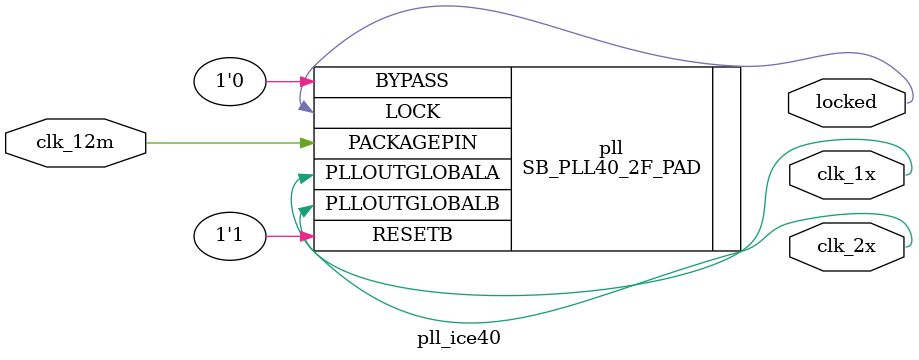
<source format=v>

`default_nettype none

module pll_ice40 #(
    parameter ENABLE_FAST_CLK = 1
) (
    // verilator lint_off UNUSED
    input clk_12m,
    // verilator lint_on UNUSED

    output locked,
    output clk_1x /* verilator clocker */,
    output clk_2x /* verilator clocker */
);
    localparam PLL_DIVR_25M = 4'b0000;
    localparam PLL_DIVF_25M = 7'b1000010;
    localparam PLL_DIVQ_25M = 7'b101;

    localparam PLL_DIVR_33M = 4'b0000;
    localparam PLL_DIVF_33M = 7'b0101100;
    localparam PLL_DIVQ_33M = 7'b100;

    localparam PLL_DIVR = ENABLE_FAST_CLK ? PLL_DIVR_33M : PLL_DIVR_25M;
    localparam PLL_DIVF = ENABLE_FAST_CLK ? PLL_DIVF_33M : PLL_DIVF_25M;
    localparam PLL_DIVQ = ENABLE_FAST_CLK ? PLL_DIVQ_33M : PLL_DIVQ_25M;

    SB_PLL40_2F_PAD #(
        .FEEDBACK_PATH("SIMPLE"),
        .PLLOUT_SELECT_PORTA("GENCLK_HALF"),
        .PLLOUT_SELECT_PORTB("GENCLK"),
        .DIVR(PLL_DIVR),
        .DIVF(PLL_DIVF),
        .DIVQ(PLL_DIVQ),
        .FILTER_RANGE(3'b001)
    ) pll (
        .LOCK(locked),
        .RESETB(1'b1),
        .BYPASS(1'b0),
        .PACKAGEPIN(clk_12m),
        .PLLOUTGLOBALA(clk_1x),
        .PLLOUTGLOBALB(clk_2x)
    );

endmodule

</source>
